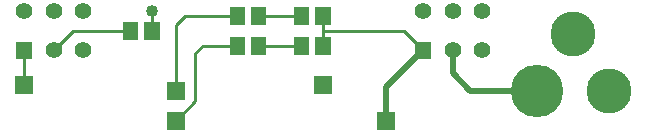
<source format=gbr>
G04 start of page 2 for group 0 idx 0 *
G04 Title: (unknown), top *
G04 Creator: pcb 20110918 *
G04 CreationDate: Sat 30 Jan 2016 03:31:44 AM GMT UTC *
G04 For: railfan *
G04 Format: Gerber/RS-274X *
G04 PCB-Dimensions: 250000 50000 *
G04 PCB-Coordinate-Origin: lower left *
%MOIN*%
%FSLAX25Y25*%
%LNTOP*%
%ADD22C,0.0350*%
%ADD21C,0.0420*%
%ADD20C,0.1100*%
%ADD19C,0.1250*%
%ADD18C,0.0400*%
%ADD17R,0.0512X0.0512*%
%ADD16C,0.0550*%
%ADD15C,0.0001*%
%ADD14C,0.1500*%
%ADD13C,0.1750*%
%ADD12C,0.0200*%
%ADD11C,0.0100*%
G54D11*X75500Y39500D02*X78500Y42500D01*
X95957D01*
X82000Y30000D02*X84500Y32500D01*
X95957D01*
X67500Y44000D02*Y37500D01*
X75500Y17500D02*Y39500D01*
Y7500D02*X82000Y14000D01*
Y30000D01*
X103043Y32500D02*X117457D01*
G54D12*X145500Y7500D02*Y18634D01*
X157874Y31008D01*
X167717D02*Y23283D01*
X173500Y17500D01*
X196000D01*
G54D11*X103043Y42500D02*X117457D01*
X124543D02*Y32500D01*
Y37457D02*X151425D01*
X157874Y31008D01*
X25000Y19500D02*Y31008D01*
X34717D02*X41209Y37500D01*
X60457D01*
G54D13*X196000Y17500D03*
G54D14*X220000D03*
X208000Y36500D03*
G54D15*G36*
X121500Y22500D02*Y16500D01*
X127500D01*
Y22500D01*
X121500D01*
G37*
G36*
X142500Y10500D02*Y4500D01*
X148500D01*
Y10500D01*
X142500D01*
G37*
G36*
X155124Y33758D02*Y28258D01*
X160624D01*
Y33758D01*
X155124D01*
G37*
G54D16*X167717Y31008D03*
X177559D03*
X157874Y44000D03*
X167717D03*
X177559D03*
G54D15*G36*
X22124Y33758D02*Y28258D01*
X27624D01*
Y33758D01*
X22124D01*
G37*
G54D16*X34717Y31008D03*
X44559D03*
X24874Y44000D03*
X34717D03*
X44559D03*
G54D15*G36*
X22000Y22500D02*Y16500D01*
X28000D01*
Y22500D01*
X22000D01*
G37*
G36*
X72500Y20500D02*Y14500D01*
X78500D01*
Y20500D01*
X72500D01*
G37*
G36*
Y10500D02*Y4500D01*
X78500D01*
Y10500D01*
X72500D01*
G37*
G54D17*X95957Y42893D02*Y42107D01*
X103043Y42893D02*Y42107D01*
X95957Y32893D02*Y32107D01*
X103043Y32893D02*Y32107D01*
X60457Y37893D02*Y37107D01*
X67543Y37893D02*Y37107D01*
X117457Y42893D02*Y42107D01*
X124543Y42893D02*Y42107D01*
X117457Y32893D02*Y32107D01*
X124543Y32893D02*Y32107D01*
G54D18*X67500Y44000D03*
G54D12*G54D19*G54D20*G54D21*G54D22*G54D21*M02*

</source>
